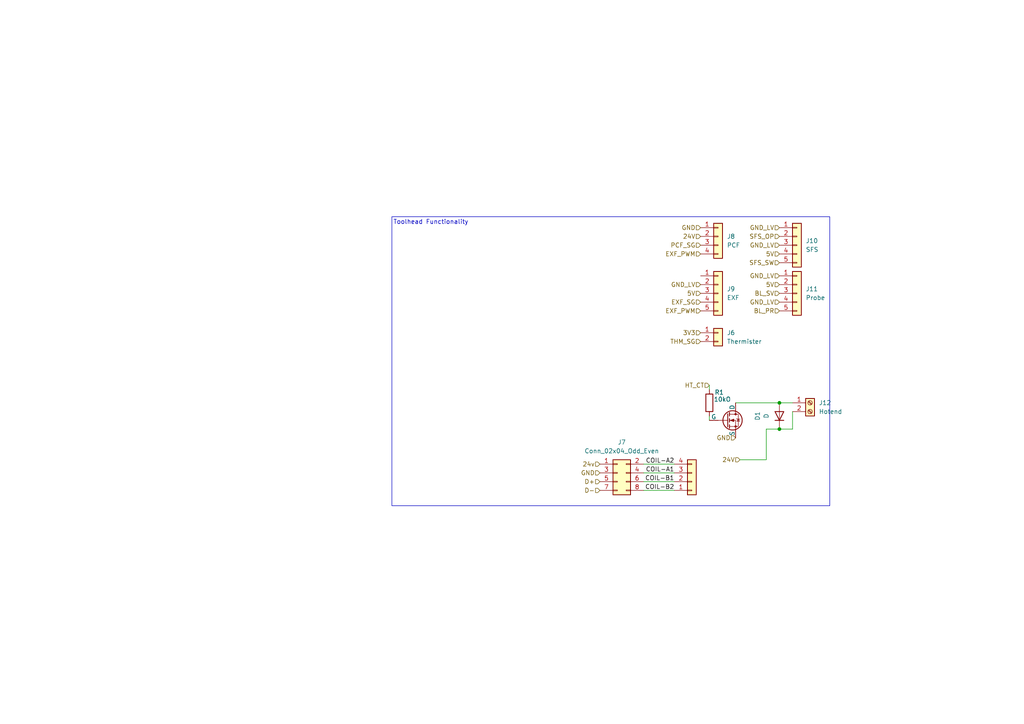
<source format=kicad_sch>
(kicad_sch (version 20250114) (generator "eeschema") (generator_version "9.0")
  (paper "A4")
  (lib_symbols
    (symbol "Connector:Screw_Terminal_01x02" (pin_names (offset 1.016) (hide yes))
      (property "Reference" "J" (at 0 2.54 0))
      (property "Value" "Screw_Terminal_01x02" (at 0 -5.08 0))
      (symbol "Screw_Terminal_01x02_1_1"
        (rectangle (start -1.27 1.27) (end 1.27 -3.81) (stroke (width 0.254)) (fill (type background)))
        (polyline (pts (xy -0.5334 0.3302) (xy 0.3302 -0.508)) (stroke (width 0.1524)))
        (polyline (pts (xy -0.5334 -2.2098) (xy 0.3302 -3.048)) (stroke (width 0.1524)))
        (polyline (pts (xy -0.3556 0.508) (xy 0.508 -0.3302)) (stroke (width 0.1524)))
        (polyline (pts (xy -0.3556 -2.032) (xy 0.508 -2.8702)) (stroke (width 0.1524)))
        (circle (center 0 0) (radius 0.635) (stroke (width 0.1524)))
        (circle (center 0 -2.54) (radius 0.635) (stroke (width 0.1524)))
        (pin passive line (at -5.08 0 0) (length 3.81) (name "Pin_1") (number "1"))
        (pin passive line (at -5.08 -2.54 0) (length 3.81) (name "Pin_2") (number "2"))
      )
    )
    (symbol "Connector_Generic:Conn_01x02" (pin_names (offset 1.016) (hide yes))
      (property "Reference" "J" (at 0 2.54 0))
      (property "Value" "Conn_01x02" (at 0 -5.08 0))
      (symbol "Conn_01x02_1_1"
        (rectangle (start -1.27 1.27) (end 1.27 -3.81) (stroke (width 0.254)) (fill (type background)))
        (rectangle (start -1.27 0.127) (end 0 -0.127) (stroke (width 0.1524)))
        (rectangle (start -1.27 -2.413) (end 0 -2.667) (stroke (width 0.1524)))
        (pin passive line (at -5.08 0 0) (length 3.81) (name "Pin_1") (number "1"))
        (pin passive line (at -5.08 -2.54 0) (length 3.81) (name "Pin_2") (number "2"))
      )
    )
    (symbol "Connector_Generic:Conn_01x04" (pin_names (offset 1.016) (hide yes))
      (property "Reference" "J" (at 0 5.08 0))
      (property "Value" "Conn_01x04" (at 0 -7.62 0))
      (symbol "Conn_01x04_1_1"
        (rectangle (start -1.27 3.81) (end 1.27 -6.35) (stroke (width 0.254)) (fill (type background)))
        (rectangle (start -1.27 2.667) (end 0 2.413) (stroke (width 0.1524)))
        (rectangle (start -1.27 0.127) (end 0 -0.127) (stroke (width 0.1524)))
        (rectangle (start -1.27 -2.413) (end 0 -2.667) (stroke (width 0.1524)))
        (rectangle (start -1.27 -4.953) (end 0 -5.207) (stroke (width 0.1524)))
        (pin passive line (at -5.08 2.54 0) (length 3.81) (name "Pin_1") (number "1"))
        (pin passive line (at -5.08 0 0) (length 3.81) (name "Pin_2") (number "2"))
        (pin passive line (at -5.08 -2.54 0) (length 3.81) (name "Pin_3") (number "3"))
        (pin passive line (at -5.08 -5.08 0) (length 3.81) (name "Pin_4") (number "4"))
      )
    )
    (symbol "Connector_Generic:Conn_01x05" (pin_names (offset 1.016) (hide yes))
      (property "Reference" "J" (at 0 7.62 0))
      (property "Value" "Conn_01x05" (at 0 -7.62 0))
      (symbol "Conn_01x05_1_1"
        (rectangle (start -1.27 6.35) (end 1.27 -6.35) (stroke (width 0.254)) (fill (type background)))
        (rectangle (start -1.27 5.207) (end 0 4.953) (stroke (width 0.1524)))
        (rectangle (start -1.27 2.667) (end 0 2.413) (stroke (width 0.1524)))
        (rectangle (start -1.27 0.127) (end 0 -0.127) (stroke (width 0.1524)))
        (rectangle (start -1.27 -2.413) (end 0 -2.667) (stroke (width 0.1524)))
        (rectangle (start -1.27 -4.953) (end 0 -5.207) (stroke (width 0.1524)))
        (pin passive line (at -5.08 5.08 0) (length 3.81) (name "Pin_1") (number "1"))
        (pin passive line (at -5.08 2.54 0) (length 3.81) (name "Pin_2") (number "2"))
        (pin passive line (at -5.08 0 0) (length 3.81) (name "Pin_3") (number "3"))
        (pin passive line (at -5.08 -2.54 0) (length 3.81) (name "Pin_4") (number "4"))
        (pin passive line (at -5.08 -5.08 0) (length 3.81) (name "Pin_5") (number "5"))
      )
    )
    (symbol "Connector_Generic:Conn_02x04_Odd_Even" (pin_names (offset 1.016) (hide yes))
      (property "Reference" "J" (at 1.27 5.08 0))
      (property "Value" "Conn_02x04_Odd_Even" (at 1.27 -7.62 0))
      (symbol "Conn_02x04_Odd_Even_1_1"
        (rectangle (start -1.27 3.81) (end 3.81 -6.35) (stroke (width 0.254)) (fill (type background)))
        (rectangle (start -1.27 2.667) (end 0 2.413) (stroke (width 0.1524)))
        (rectangle (start -1.27 0.127) (end 0 -0.127) (stroke (width 0.1524)))
        (rectangle (start -1.27 -2.413) (end 0 -2.667) (stroke (width 0.1524)))
        (rectangle (start -1.27 -4.953) (end 0 -5.207) (stroke (width 0.1524)))
        (rectangle (start 3.81 2.667) (end 2.54 2.413) (stroke (width 0.1524)))
        (rectangle (start 3.81 0.127) (end 2.54 -0.127) (stroke (width 0.1524)))
        (rectangle (start 3.81 -2.413) (end 2.54 -2.667) (stroke (width 0.1524)))
        (rectangle (start 3.81 -4.953) (end 2.54 -5.207) (stroke (width 0.1524)))
        (pin passive line (at -5.08 2.54 0) (length 3.81) (name "Pin_1") (number "1"))
        (pin passive line (at -5.08 0 0) (length 3.81) (name "Pin_3") (number "3"))
        (pin passive line (at -5.08 -2.54 0) (length 3.81) (name "Pin_5") (number "5"))
        (pin passive line (at -5.08 -5.08 0) (length 3.81) (name "Pin_7") (number "7"))
        (pin passive line (at 7.62 2.54 180) (length 3.81) (name "Pin_2") (number "2"))
        (pin passive line (at 7.62 0 180) (length 3.81) (name "Pin_4") (number "4"))
        (pin passive line (at 7.62 -2.54 180) (length 3.81) (name "Pin_6") (number "6"))
        (pin passive line (at 7.62 -5.08 180) (length 3.81) (name "Pin_8") (number "8"))
      )
    )
    (symbol "Device:D" (pin_numbers (hide yes)) (pin_names (offset 1.016) (hide yes))
      (property "Reference" "D" (at 0 2.54 0))
      (property "Value" "D" (at 0 -2.54 0))
      (symbol "D_0_1"
        (polyline (pts (xy -1.27 1.27) (xy -1.27 -1.27)) (stroke (width 0.254)))
        (polyline (pts (xy 1.27 1.27) (xy 1.27 -1.27) (xy -1.27 0) (xy 1.27 1.27)) (stroke (width 0.254)))
        (polyline (pts (xy 1.27 0) (xy -1.27 0)))
      )
      (symbol "D_1_1"
        (pin passive line (at -3.81 0 0) (length 2.54) (name "K") (number "1"))
        (pin passive line (at 3.81 0 180) (length 2.54) (name "A") (number "2"))
      )
    )
    (symbol "Device:R" (pin_numbers (hide yes)) (pin_names (offset 0))
      (property "Reference" "R" (at 2.032 0 90))
      (property "Value" "R" (at 0 0 90))
      (symbol "R_0_1"
        (rectangle (start -1.016 -2.54) (end 1.016 2.54) (stroke (width 0.254)))
      )
      (symbol "R_1_1"
        (pin passive line (at 0 3.81 270) (length 1.27) (name "~") (number "1"))
        (pin passive line (at 0 -3.81 90) (length 1.27) (name "~") (number "2"))
      )
    )
    (symbol "Simulation_SPICE:NMOS" (pin_numbers (hide yes)) (pin_names (offset 0))
      (property "Reference" "Q" (at 5.08 1.27 0))
      (property "Value" "NMOS" (at 5.08 -1.27 0))
      (symbol "NMOS_0_1"
        (polyline (pts (xy 0.254 1.905) (xy 0.254 -1.905)) (stroke (width 0.254)))
        (polyline (pts (xy 0.254 0) (xy -2.54 0)))
        (polyline (pts (xy 0.762 2.286) (xy 0.762 1.27)) (stroke (width 0.254)))
        (polyline (pts (xy 0.762 0.508) (xy 0.762 -0.508)) (stroke (width 0.254)))
        (polyline (pts (xy 0.762 -1.27) (xy 0.762 -2.286)) (stroke (width 0.254)))
        (polyline (pts (xy 0.762 -1.778) (xy 3.302 -1.778) (xy 3.302 1.778) (xy 0.762 1.778)))
        (polyline (pts (xy 1.016 0) (xy 2.032 0.381) (xy 2.032 -0.381) (xy 1.016 0)) (fill (type outline)))
        (circle (center 1.651 0) (radius 2.794) (stroke (width 0.254)))
        (polyline (pts (xy 2.54 2.54) (xy 2.54 1.778)))
        (circle (center 2.54 1.778) (radius 0.254) (fill (type outline)))
        (circle (center 2.54 -1.778) (radius 0.254) (fill (type outline)))
        (polyline (pts (xy 2.54 -2.54) (xy 2.54 0) (xy 0.762 0)))
        (polyline (pts (xy 2.794 0.508) (xy 2.921 0.381) (xy 3.683 0.381) (xy 3.81 0.254)))
        (polyline (pts (xy 3.302 0.381) (xy 2.921 -0.254) (xy 3.683 -0.254) (xy 3.302 0.381)))
      )
      (symbol "NMOS_1_1"
        (pin input line (at -5.08 0 0) (length 2.54) (name "G") (number "2"))
        (pin passive line (at 2.54 5.08 270) (length 2.54) (name "D") (number "1"))
        (pin passive line (at 2.54 -5.08 90) (length 2.54) (name "S") (number "3"))
      )
    )
  )
  (rectangle (start 113.665 62.865) (end 240.665 146.685))
  (text "Toolhead Functionality\n" (at 124.968 64.516 0) (effects (font (size 1.27 1.27))))
  (junction (at 226.06 124.46))
  (junction (at 226.06 116.84))
  (wire (pts (xy 213.36 116.84) (xy 226.06 116.84)))
  (wire (pts (xy 186.69 142.24) (xy 195.58 142.24)))
  (wire (pts (xy 186.69 137.16) (xy 195.58 137.16)))
  (wire (pts (xy 205.74 120.65) (xy 205.74 121.92)))
  (wire (pts (xy 186.69 139.7) (xy 195.58 139.7)))
  (wire (pts (xy 186.69 134.62) (xy 195.58 134.62)))
  (wire (pts (xy 205.74 113.03) (xy 205.74 111.76)))
  (wire (pts (xy 222.25 124.46) (xy 226.06 124.46)))
  (wire (pts (xy 222.25 124.46) (xy 222.25 133.35)))
  (wire (pts (xy 229.87 124.46) (xy 229.87 119.38)))
  (wire (pts (xy 214.63 133.35) (xy 222.25 133.35)))
  (wire (pts (xy 226.06 116.84) (xy 229.87 116.84)))
  (wire (pts (xy 226.06 124.46) (xy 229.87 124.46)))
  (label "COIL-A2" (at 195.58 134.62 180))
  (label "COIL-B2" (at 195.58 142.24 180))
  (label "COIL-B1" (at 195.58 139.7 180))
  (label "COIL-A1" (at 195.58 137.16 180))
  (hierarchical_label "D+" (shape input) (at 173.99 139.7 180))
  (hierarchical_label "EXF_PWM" (shape input) (at 203.2 90.17 180))
  (hierarchical_label "GND" (shape input) (at 173.99 137.16 180))
  (hierarchical_label "SFS_OP" (shape input) (at 226.06 68.58 180))
  (hierarchical_label "24V" (shape input) (at 214.63 133.35 180))
  (hierarchical_label "PCF_SG" (shape input) (at 203.2 71.12 180))
  (hierarchical_label "5V" (shape input) (at 203.2 85.09 180))
  (hierarchical_label "BL_SV" (shape input) (at 226.06 85.09 180))
  (hierarchical_label "5V" (shape input) (at 226.06 82.55 180))
  (hierarchical_label "GND_LV" (shape input) (at 226.06 71.12 180))
  (hierarchical_label "5V" (shape input) (at 226.06 73.66 180))
  (hierarchical_label "THM_SG" (shape input) (at 203.2 99.06 180))
  (hierarchical_label "GND_LV" (shape input) (at 226.06 80.01 180))
  (hierarchical_label "EXF_PWM" (shape input) (at 203.2 73.66 180))
  (hierarchical_label "3V3" (shape input) (at 203.2 96.52 180))
  (hierarchical_label "GND_LV" (shape input) (at 203.2 82.55 180))
  (hierarchical_label "BL_PR" (shape input) (at 226.06 90.17 180))
  (hierarchical_label "SFS_SW" (shape input) (at 226.06 76.2 180))
  (hierarchical_label "GND_LV" (shape input) (at 226.06 87.63 180))
  (hierarchical_label "HT_CT" (shape input) (at 205.74 111.76 180))
  (hierarchical_label "24V" (shape input) (at 203.2 68.58 180))
  (hierarchical_label "GND" (shape input) (at 213.36 127 180))
  (hierarchical_label "24v" (shape input) (at 173.99 134.62 180))
  (hierarchical_label "GND" (shape input) (at 203.2 66.04 180))
  (hierarchical_label "GND_LV" (shape input) (at 226.06 66.04 180))
  (hierarchical_label "EXF_SG" (shape input) (at 203.2 87.63 180))
  (hierarchical_label "D-" (shape input) (at 173.99 142.24 180))
  (symbol (lib_id "Connector_Generic:Conn_01x04") (at 208.28 68.58 0) (unit 1)
    (property "Reference" "J8" (at 210.82 68.5799 0) (effects (justify left)))
    (property "Value" "PCF" (at 210.82 71.1199 0) (effects (justify left)))
    (property "Footprint" "Connector_JST:JST_XH_B4B-XH-AM_1x04_P2.50mm_Vertical" (effects (hide yes)))
    (property "Description" "Generic connector, single row, 01x04, script generated (kicad-library-utils/schlib/autogen/connector/)" (effects (hide yes)))
  )
  (symbol (lib_id "Connector:Screw_Terminal_01x02") (at 234.95 116.84 0) (unit 1)
    (property "Reference" "J12" (at 237.49 116.8399 0) (effects (justify left)))
    (property "Value" "Hotend" (at 237.49 119.3799 0) (effects (justify left)))
    (property "Footprint" "Connector_JST:JST_XH_B2B-XH-AM_1x02_P2.50mm_Vertical" (effects (hide yes)))
    (property "Description" "Generic screw terminal, single row, 01x02, script generated (kicad-library-utils/schlib/autogen/connector/)" (effects (hide yes)))
  )
  (symbol (lib_id "Device:R") (at 205.74 116.84 0) (unit 1)
    (property "Reference" "R1" (at 207.264 113.792 0) (effects (justify left)))
    (property "Value" "10kO" (at 207.01 115.824 0) (effects (justify left)))
    (property "Footprint" "Resistor_THT:R_Axial_DIN0207_L6.3mm_D2.5mm_P10.16mm_Horizontal" (effects (hide yes)))
    (property "Description" "Resistor" (effects (hide yes)))
  )
  (symbol (lib_id "Connector_Generic:Conn_02x04_Odd_Even") (at 179.07 137.16 0) (unit 1)
    (property "Reference" "J7" (at 180.34 128.27 0))
    (property "Value" "Conn_02x04_Odd_Even" (at 180.34 130.81 0))
    (property "Footprint" "Connector_Molex:Molex_Micro-Fit_3.0_43045-0818_2x04-1MP_P3.00mm_Vertical" (effects (hide yes)))
    (property "Description" "Generic connector, double row, 02x04, odd/even pin numbering scheme (row 1 odd numbers, row 2 even numbers), script generated (kicad-library-utils/schlib/autogen/connector/)" (effects (hide yes)))
  )
  (symbol (lib_id "Connector_Generic:Conn_01x05") (at 231.14 71.12 0) (unit 1)
    (property "Reference" "J10" (at 233.68 69.8499 0) (effects (justify left)))
    (property "Value" "SFS" (at 233.68 72.3899 0) (effects (justify left)))
    (property "Footprint" "Connector_PinHeader_2.54mm:PinHeader_1x05_P2.54mm_Vertical" (effects (hide yes)))
    (property "Description" "Generic connector, single row, 01x05, script generated (kicad-library-utils/schlib/autogen/connector/)" (effects (hide yes)))
  )
  (symbol (lib_id "Connector_Generic:Conn_01x04") (at 200.66 139.7 0) (mirror x) (unit 1)
    (property "Reference" "ExtruderMotor1" (effects (hide yes)))
    (property "Value" "Conn_01x04" (effects (hide yes)))
    (property "Footprint" "Connector_JST:JST_XH_B4B-XH-AM_1x04_P2.50mm_Vertical" (effects (hide yes)))
  )
  (symbol (lib_id "Device:D") (at 226.06 120.65 90) (unit 1)
    (property "Reference" "D1" (at 219.71 120.65 0))
    (property "Value" "D" (at 222.25 120.65 0))
    (property "Description" "Diode" (effects (hide yes)))
    (property "Sim.Device" "D" (effects (hide yes)))
    (property "Sim.Pins" "1=K 2=A" (effects (hide yes)))
  )
  (symbol (lib_id "Connector_Generic:Conn_01x05") (at 208.28 85.09 0) (unit 1)
    (property "Reference" "J9" (at 210.82 83.8199 0) (effects (justify left)))
    (property "Value" "EXF" (at 210.82 86.3599 0) (effects (justify left)))
    (property "Footprint" "Connector_JST:JST_XH_B5B-XH-AM_1x05_P2.50mm_Vertical" (effects (hide yes)))
    (property "Description" "Generic connector, single row, 01x05, script generated (kicad-library-utils/schlib/autogen/connector/)" (effects (hide yes)))
  )
  (symbol (lib_id "Connector_Generic:Conn_01x02") (at 208.28 96.52 0) (unit 1)
    (property "Reference" "J6" (at 210.82 96.5199 0) (effects (justify left)))
    (property "Value" "Thermister" (at 210.82 99.0599 0) (effects (justify left)))
    (property "Footprint" "Connector_JST:JST_XH_B2B-XH-AM_1x02_P2.50mm_Vertical" (effects (hide yes)))
    (property "Description" "Generic connector, single row, 01x02, script generated (kicad-library-utils/schlib/autogen/connector/)" (effects (hide yes)))
  )
  (symbol (lib_id "Connector_Generic:Conn_01x05") (at 231.14 85.09 0) (unit 1)
    (property "Reference" "J11" (at 233.68 83.8199 0) (effects (justify left)))
    (property "Value" "Probe" (at 233.68 86.3599 0) (effects (justify left)))
    (property "Footprint" "Connector_PinHeader_2.54mm:PinHeader_1x05_P2.54mm_Vertical" (effects (hide yes)))
    (property "Description" "Generic connector, single row, 01x05, script generated (kicad-library-utils/schlib/autogen/connector/)" (effects (hide yes)))
  )
  (symbol (lib_id "Simulation_SPICE:NMOS") (at 210.82 121.92 0) (unit 1)
    (property "Reference" "Q1" (effects (hide yes)))
    (property "Value" "NMOS" (effects (hide yes)))
    (property "Datasheet" "https://ngspice.sourceforge.io/docs/ngspice-html-manual/manual.xhtml#cha_MOSFETs" (effects (hide yes)))
    (property "Description" "N-MOSFET transistor, drain/source/gate" (effects (hide yes)))
    (property "Sim.Device" "NMOS" (effects (hide yes)))
    (property "Sim.Type" "VDMOS" (effects (hide yes)))
    (property "Sim.Pins" "1=D 2=G 3=S" (effects (hide yes)))
  )
)
</source>
